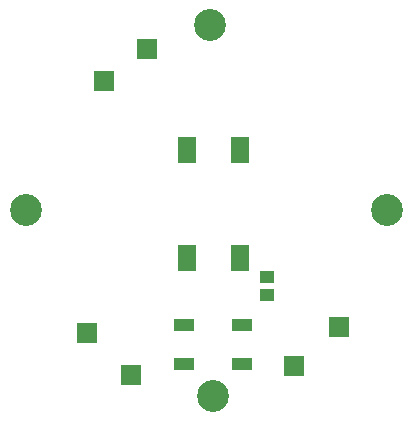
<source format=gbr>
%TF.GenerationSoftware,Altium Limited,Altium Designer,20.0.13 (296)*%
G04 Layer_Color=8388736*
%FSLAX45Y45*%
%MOMM*%
%TF.FileFunction,Soldermask,Top*%
%TF.Part,Single*%
G01*
G75*
%TA.AperFunction,ComponentPad*%
%ADD16R,1.70320X1.70320*%
%TA.AperFunction,ViaPad*%
%ADD17C,2.70320*%
%TA.AperFunction,SMDPad,CuDef*%
%ADD22R,1.60320X2.30320*%
%ADD23R,1.17320X1.12320*%
%ADD24R,1.70320X1.10320*%
D16*
X14122400Y8890000D02*
D03*
X12496800Y11239500D02*
D03*
X12128500Y10972800D02*
D03*
X13741400Y8559800D02*
D03*
X12357100Y8483600D02*
D03*
X11988800Y8839200D02*
D03*
D17*
X13055600Y8305800D02*
D03*
X14528799Y9880600D02*
D03*
X11468100D02*
D03*
X13030200Y11442700D02*
D03*
D22*
X12830602Y10386400D02*
D03*
Y9476400D02*
D03*
X13280598D02*
D03*
Y10386400D02*
D03*
D23*
X13512801Y9311701D02*
D03*
Y9156700D02*
D03*
D24*
X13300598Y8572602D02*
D03*
Y8902598D02*
D03*
X12810602D02*
D03*
Y8572602D02*
D03*
%TF.MD5,a696f928336fd8318f00c633fe57190e*%
M02*

</source>
